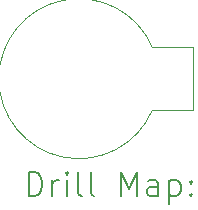
<source format=gbr>
%TF.GenerationSoftware,KiCad,Pcbnew,(6.0.8)*%
%TF.CreationDate,2023-03-18T01:03:17+01:00*%
%TF.ProjectId,ROTARY_SW,524f5441-5259-45f5-9357-2e6b69636164,rev?*%
%TF.SameCoordinates,Original*%
%TF.FileFunction,Drillmap*%
%TF.FilePolarity,Positive*%
%FSLAX45Y45*%
G04 Gerber Fmt 4.5, Leading zero omitted, Abs format (unit mm)*
G04 Created by KiCad (PCBNEW (6.0.8)) date 2023-03-18 01:03:17*
%MOMM*%
%LPD*%
G01*
G04 APERTURE LIST*
%ADD10C,0.100000*%
%ADD11C,0.200000*%
G04 APERTURE END LIST*
D10*
X9448800Y-3441700D02*
X9448800Y-3975100D01*
X9448800Y-3975100D02*
X9105900Y-3975100D01*
X9105900Y-3441700D02*
G75*
G03*
X9105900Y-3975100I-622300J-266700D01*
G01*
X9105900Y-3441700D02*
X9448800Y-3441700D01*
D11*
X8059177Y-4700918D02*
X8059177Y-4500918D01*
X8106796Y-4500918D01*
X8135367Y-4510442D01*
X8154415Y-4529490D01*
X8163939Y-4548537D01*
X8173462Y-4586633D01*
X8173462Y-4615204D01*
X8163939Y-4653299D01*
X8154415Y-4672347D01*
X8135367Y-4691395D01*
X8106796Y-4700918D01*
X8059177Y-4700918D01*
X8259177Y-4700918D02*
X8259177Y-4567585D01*
X8259177Y-4605680D02*
X8268701Y-4586633D01*
X8278224Y-4577109D01*
X8297272Y-4567585D01*
X8316320Y-4567585D01*
X8382986Y-4700918D02*
X8382986Y-4567585D01*
X8382986Y-4500918D02*
X8373462Y-4510442D01*
X8382986Y-4519966D01*
X8392510Y-4510442D01*
X8382986Y-4500918D01*
X8382986Y-4519966D01*
X8506796Y-4700918D02*
X8487748Y-4691395D01*
X8478224Y-4672347D01*
X8478224Y-4500918D01*
X8611558Y-4700918D02*
X8592510Y-4691395D01*
X8582986Y-4672347D01*
X8582986Y-4500918D01*
X8840129Y-4700918D02*
X8840129Y-4500918D01*
X8906796Y-4643776D01*
X8973463Y-4500918D01*
X8973463Y-4700918D01*
X9154415Y-4700918D02*
X9154415Y-4596156D01*
X9144891Y-4577109D01*
X9125844Y-4567585D01*
X9087748Y-4567585D01*
X9068701Y-4577109D01*
X9154415Y-4691395D02*
X9135367Y-4700918D01*
X9087748Y-4700918D01*
X9068701Y-4691395D01*
X9059177Y-4672347D01*
X9059177Y-4653299D01*
X9068701Y-4634252D01*
X9087748Y-4624728D01*
X9135367Y-4624728D01*
X9154415Y-4615204D01*
X9249653Y-4567585D02*
X9249653Y-4767585D01*
X9249653Y-4577109D02*
X9268701Y-4567585D01*
X9306796Y-4567585D01*
X9325844Y-4577109D01*
X9335367Y-4586633D01*
X9344891Y-4605680D01*
X9344891Y-4662823D01*
X9335367Y-4681871D01*
X9325844Y-4691395D01*
X9306796Y-4700918D01*
X9268701Y-4700918D01*
X9249653Y-4691395D01*
X9430605Y-4681871D02*
X9440129Y-4691395D01*
X9430605Y-4700918D01*
X9421082Y-4691395D01*
X9430605Y-4681871D01*
X9430605Y-4700918D01*
X9430605Y-4577109D02*
X9440129Y-4586633D01*
X9430605Y-4596156D01*
X9421082Y-4586633D01*
X9430605Y-4577109D01*
X9430605Y-4596156D01*
M02*

</source>
